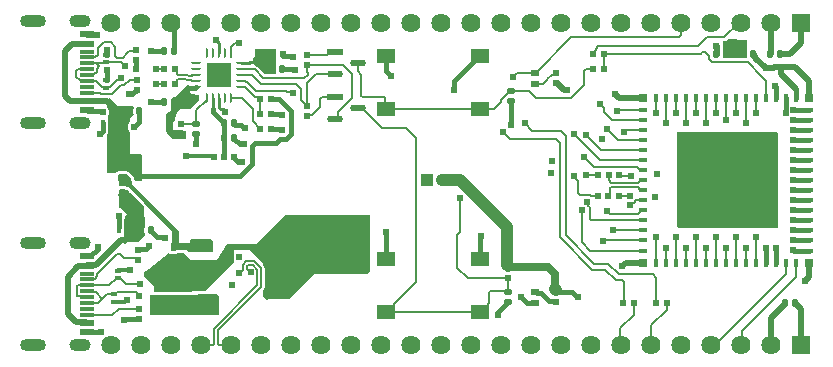
<source format=gtl>
G04*
G04 #@! TF.GenerationSoftware,Altium Limited,Altium Designer,24.10.1 (45)*
G04*
G04 Layer_Physical_Order=1*
G04 Layer_Color=255*
%FSLAX25Y25*%
%MOIN*%
G70*
G04*
G04 #@! TF.SameCoordinates,F1117688-C2E4-4B3A-BF9F-62EBCE255B8A*
G04*
G04*
G04 #@! TF.FilePolarity,Positive*
G04*
G01*
G75*
%ADD12C,0.00600*%
%ADD16R,0.02126X0.02362*%
%ADD17R,0.02362X0.02126*%
%ADD18R,0.02362X0.01378*%
G04:AMPARAMS|DCode=19|XSize=23.62mil|YSize=21.26mil|CornerRadius=5.63mil|HoleSize=0mil|Usage=FLASHONLY|Rotation=90.000|XOffset=0mil|YOffset=0mil|HoleType=Round|Shape=RoundedRectangle|*
%AMROUNDEDRECTD19*
21,1,0.02362,0.00999,0,0,90.0*
21,1,0.01235,0.02126,0,0,90.0*
1,1,0.01127,0.00500,0.00618*
1,1,0.01127,0.00500,-0.00618*
1,1,0.01127,-0.00500,-0.00618*
1,1,0.01127,-0.00500,0.00618*
%
%ADD19ROUNDEDRECTD19*%
G04:AMPARAMS|DCode=20|XSize=9.55mil|YSize=33.06mil|CornerRadius=4.77mil|HoleSize=0mil|Usage=FLASHONLY|Rotation=270.000|XOffset=0mil|YOffset=0mil|HoleType=Round|Shape=RoundedRectangle|*
%AMROUNDEDRECTD20*
21,1,0.00955,0.02351,0,0,270.0*
21,1,0.00000,0.03306,0,0,270.0*
1,1,0.00955,-0.01176,0.00000*
1,1,0.00955,-0.01176,0.00000*
1,1,0.00955,0.01176,0.00000*
1,1,0.00955,0.01176,0.00000*
%
%ADD20ROUNDEDRECTD20*%
%ADD21R,0.01575X0.03150*%
%ADD22R,0.00955X0.03306*%
G04:AMPARAMS|DCode=23|XSize=53.43mil|YSize=22.53mil|CornerRadius=11.26mil|HoleSize=0mil|Usage=FLASHONLY|Rotation=0.000|XOffset=0mil|YOffset=0mil|HoleType=Round|Shape=RoundedRectangle|*
%AMROUNDEDRECTD23*
21,1,0.05343,0.00000,0,0,0.0*
21,1,0.03091,0.02253,0,0,0.0*
1,1,0.02253,0.01545,0.00000*
1,1,0.02253,-0.01545,0.00000*
1,1,0.02253,-0.01545,0.00000*
1,1,0.02253,0.01545,0.00000*
%
%ADD23ROUNDEDRECTD23*%
G04:AMPARAMS|DCode=24|XSize=33.06mil|YSize=9.55mil|CornerRadius=4.77mil|HoleSize=0mil|Usage=FLASHONLY|Rotation=270.000|XOffset=0mil|YOffset=0mil|HoleType=Round|Shape=RoundedRectangle|*
%AMROUNDEDRECTD24*
21,1,0.03306,0.00000,0,0,270.0*
21,1,0.02351,0.00955,0,0,270.0*
1,1,0.00955,0.00000,-0.01176*
1,1,0.00955,0.00000,0.01176*
1,1,0.00955,0.00000,0.01176*
1,1,0.00955,0.00000,-0.01176*
%
%ADD24ROUNDEDRECTD24*%
%ADD25R,0.05343X0.02253*%
%ADD26R,0.04528X0.01181*%
%ADD27R,0.02756X0.02362*%
G04:AMPARAMS|DCode=28|XSize=23.62mil|YSize=21.26mil|CornerRadius=5.63mil|HoleSize=0mil|Usage=FLASHONLY|Rotation=0.000|XOffset=0mil|YOffset=0mil|HoleType=Round|Shape=RoundedRectangle|*
%AMROUNDEDRECTD28*
21,1,0.02362,0.00999,0,0,0.0*
21,1,0.01235,0.02126,0,0,0.0*
1,1,0.01127,0.00618,-0.00500*
1,1,0.01127,-0.00618,-0.00500*
1,1,0.01127,-0.00618,0.00500*
1,1,0.01127,0.00618,0.00500*
%
%ADD28ROUNDEDRECTD28*%
%ADD29R,0.03150X0.01575*%
%ADD30R,0.03150X0.03150*%
%ADD31R,0.04724X0.04724*%
%ADD32R,0.06102X0.05118*%
%ADD33R,0.04528X0.02362*%
%ADD34R,0.01378X0.02362*%
G04:AMPARAMS|DCode=35|XSize=125.98mil|YSize=68.9mil|CornerRadius=2.07mil|HoleSize=0mil|Usage=FLASHONLY|Rotation=90.000|XOffset=0mil|YOffset=0mil|HoleType=Round|Shape=RoundedRectangle|*
%AMROUNDEDRECTD35*
21,1,0.12598,0.06476,0,0,90.0*
21,1,0.12185,0.06890,0,0,90.0*
1,1,0.00413,0.03238,0.06093*
1,1,0.00413,0.03238,-0.06093*
1,1,0.00413,-0.03238,-0.06093*
1,1,0.00413,-0.03238,0.06093*
%
%ADD35ROUNDEDRECTD35*%
G04:AMPARAMS|DCode=36|XSize=35.43mil|YSize=68.9mil|CornerRadius=1.95mil|HoleSize=0mil|Usage=FLASHONLY|Rotation=90.000|XOffset=0mil|YOffset=0mil|HoleType=Round|Shape=RoundedRectangle|*
%AMROUNDEDRECTD36*
21,1,0.03543,0.06500,0,0,90.0*
21,1,0.03154,0.06890,0,0,90.0*
1,1,0.00390,0.03250,0.01577*
1,1,0.00390,0.03250,-0.01577*
1,1,0.00390,-0.03250,-0.01577*
1,1,0.00390,-0.03250,0.01577*
%
%ADD36ROUNDEDRECTD36*%
%ADD47R,0.08071X0.08071*%
G04:AMPARAMS|DCode=53|XSize=39.37mil|YSize=70.87mil|CornerRadius=19.68mil|HoleSize=0mil|Usage=FLASHONLY|Rotation=270.000|XOffset=0mil|YOffset=0mil|HoleType=Round|Shape=RoundedRectangle|*
%AMROUNDEDRECTD53*
21,1,0.03937,0.03150,0,0,270.0*
21,1,0.00000,0.07087,0,0,270.0*
1,1,0.03937,-0.01575,0.00000*
1,1,0.03937,-0.01575,0.00000*
1,1,0.03937,0.01575,0.00000*
1,1,0.03937,0.01575,0.00000*
%
%ADD53ROUNDEDRECTD53*%
G04:AMPARAMS|DCode=54|XSize=39.37mil|YSize=86.61mil|CornerRadius=19.68mil|HoleSize=0mil|Usage=FLASHONLY|Rotation=270.000|XOffset=0mil|YOffset=0mil|HoleType=Round|Shape=RoundedRectangle|*
%AMROUNDEDRECTD54*
21,1,0.03937,0.04724,0,0,270.0*
21,1,0.00000,0.08661,0,0,270.0*
1,1,0.03937,-0.02362,0.00000*
1,1,0.03937,-0.02362,0.00000*
1,1,0.03937,0.02362,0.00000*
1,1,0.03937,0.02362,0.00000*
%
%ADD54ROUNDEDRECTD54*%
%ADD58R,0.01575X0.01575*%
%ADD59C,0.01500*%
%ADD60C,0.01200*%
%ADD61C,0.00603*%
%ADD62C,0.02000*%
%ADD63C,0.04000*%
%ADD64C,0.02500*%
%ADD65C,0.01001*%
%ADD66C,0.00623*%
%ADD67C,0.06400*%
%ADD68R,0.06400X0.06400*%
%ADD69C,0.04000*%
%ADD70R,0.04000X0.04000*%
%ADD71R,0.04000X0.04000*%
%ADD72C,0.02400*%
G36*
X244500Y106700D02*
Y103600D01*
Y100645D01*
X242097D01*
X241690Y100725D01*
X238800D01*
X238393Y100645D01*
X236400D01*
Y101379D01*
X236401Y101382D01*
Y101884D01*
X236443Y102096D01*
X236416Y102232D01*
Y104259D01*
X236500Y104462D01*
Y105338D01*
X236400Y105579D01*
Y106274D01*
X236982D01*
X237489Y106375D01*
X237919Y106663D01*
X238190Y106934D01*
X244500Y106700D01*
D02*
G37*
G36*
X87500Y95500D02*
X83762D01*
X81356Y97906D01*
X80926Y98193D01*
X80777Y98223D01*
X80300Y98700D01*
X80000D01*
Y100800D01*
X80600Y101400D01*
Y103800D01*
X87500D01*
Y95500D01*
D02*
G37*
G36*
X58500Y89800D02*
X59500Y88800D01*
X59600Y88900D01*
X61750Y88550D01*
X61950Y86850D01*
X59000Y83600D01*
X55400D01*
X55200Y83400D01*
X54300Y81750D01*
X54141Y81459D01*
X53921Y81079D01*
X53350Y79650D01*
X53128Y78824D01*
Y77166D01*
X53600Y76900D01*
X53819D01*
Y76638D01*
X56362D01*
X56500Y76500D01*
X57500D01*
Y76100D01*
X57600Y76000D01*
Y73900D01*
X53080Y73900D01*
X51757Y74873D01*
X50850Y76546D01*
Y81750D01*
X51350Y82250D01*
X51700Y82800D01*
X52400Y83200D01*
Y85200D01*
X52385Y85304D01*
X52401Y85382D01*
Y86336D01*
X52600Y87200D01*
X53400Y87600D01*
X53500Y87500D01*
X57800Y91800D01*
X58500D01*
Y89800D01*
D02*
G37*
G36*
X34500Y84900D02*
X39755D01*
X40105Y84343D01*
X40028Y84228D01*
X39906Y83618D01*
Y82382D01*
X40028Y81772D01*
X40046Y81746D01*
X38900Y80600D01*
X39000Y80500D01*
Y79611D01*
X38435Y79046D01*
X38100Y78238D01*
Y77362D01*
X38435Y76554D01*
X39000Y75989D01*
Y68800D01*
X42351D01*
X42700Y68300D01*
Y59800D01*
X40800D01*
X40240Y60360D01*
X40197Y60717D01*
X40154Y60849D01*
X40126Y60986D01*
X40092Y61037D01*
X40073Y61095D01*
X39983Y61201D01*
X39906Y61316D01*
X39429Y61793D01*
X39401Y61842D01*
X38842Y62401D01*
X38793Y62429D01*
X38501Y62721D01*
X38170Y62942D01*
X37780Y63020D01*
X35367D01*
X35279Y63002D01*
X35190Y63004D01*
X34878Y62949D01*
X34774Y62909D01*
X34665Y62887D01*
X34590Y62837D01*
X34507Y62805D01*
X34427Y62728D01*
X34334Y62666D01*
X34068Y62400D01*
X31100D01*
Y75235D01*
X31369Y75638D01*
X31505Y76320D01*
Y79000D01*
X31409Y79479D01*
Y81098D01*
X31665Y81354D01*
X32000Y82162D01*
Y83038D01*
X31665Y83846D01*
X31100Y84411D01*
Y85384D01*
X31473Y87186D01*
X32108Y87292D01*
X34500Y84900D01*
D02*
G37*
G36*
X254700Y75800D02*
Y44200D01*
X221859D01*
X221300Y44759D01*
Y75900D01*
X221341Y76000D01*
X253900D01*
X254200Y76300D01*
X254700Y75800D01*
D02*
G37*
G36*
X36218Y56947D02*
X36249Y56947D01*
X36278Y56937D01*
X36447Y56948D01*
X36616Y56949D01*
X36644Y56961D01*
X36675Y56963D01*
X36739Y56980D01*
X37261D01*
X37608Y56887D01*
X37648Y56885D01*
X37684Y56867D01*
X37764Y56845D01*
X38177Y56608D01*
X38607Y56177D01*
X38788Y55864D01*
X38810Y55839D01*
X38823Y55808D01*
X38940Y55690D01*
X39050Y55565D01*
X39080Y55550D01*
X39104Y55526D01*
X39189Y55470D01*
X42870Y51789D01*
X43117Y51420D01*
X43134Y51334D01*
X43189Y51251D01*
X43228Y51158D01*
X43299Y51087D01*
X43354Y51004D01*
X43608Y50749D01*
X43950Y44732D01*
X43813Y44528D01*
X43692Y43918D01*
Y42682D01*
X43813Y42072D01*
X43997Y41797D01*
X41700Y39500D01*
X38200D01*
X37354Y38654D01*
X36800Y38884D01*
Y41119D01*
X36809D01*
Y43447D01*
X36889Y43566D01*
X37025Y44249D01*
X36889Y44932D01*
X36884Y44939D01*
Y46673D01*
X36965Y46754D01*
X37300Y47562D01*
Y48200D01*
X37900Y48800D01*
X35800Y50900D01*
X35100D01*
Y56551D01*
X35589Y57068D01*
X36218Y56947D01*
D02*
G37*
G36*
X39185Y60595D02*
X39400Y58800D01*
X55100Y43100D01*
Y39100D01*
X58300D01*
X58400Y39100D01*
X58500Y39000D01*
X58900Y39000D01*
X58900Y39876D01*
X59324Y40300D01*
X66000D01*
X66500Y39800D01*
Y36200D01*
X58400D01*
X57500Y36600D01*
X54300D01*
X54101Y36401D01*
X53382D01*
X53379Y36400D01*
X52500D01*
Y39100D01*
X52900Y39500D01*
X52800Y39600D01*
Y43000D01*
X44075Y51725D01*
X44049Y51860D01*
X43662Y52439D01*
X43662Y52439D01*
X39839Y56262D01*
X39671Y56374D01*
X39401Y56842D01*
X38842Y57401D01*
X38158Y57796D01*
X37948Y57852D01*
X37900Y57900D01*
X37872Y57872D01*
X37395Y58000D01*
X36605D01*
X36411Y57948D01*
X35100Y58200D01*
X34755Y61645D01*
X35055Y61945D01*
X35367Y62000D01*
X37780D01*
X39185Y60595D01*
D02*
G37*
G36*
X68400Y21572D02*
Y15200D01*
X67883Y15000D01*
X45400D01*
Y21600D01*
X48140Y21648D01*
X48382Y21599D01*
X49618D01*
X50025Y21680D01*
X52761Y21728D01*
X52772Y21721D01*
X53382Y21599D01*
X54618D01*
X55228Y21721D01*
X55305Y21772D01*
X67972Y21993D01*
X68400Y21572D01*
D02*
G37*
G36*
X118700Y30000D02*
X119000Y29700D01*
X118000Y28700D01*
X100100D01*
X91874Y20474D01*
X85134D01*
X84601Y19941D01*
X83267Y21275D01*
Y23449D01*
X83402Y23584D01*
X83645Y23948D01*
X83731Y24378D01*
Y30753D01*
X83645Y31183D01*
X83402Y31547D01*
X83267Y31682D01*
Y32212D01*
X78821Y36658D01*
X73485D01*
Y32657D01*
X63767Y22939D01*
X55287Y22792D01*
X55198Y22772D01*
X55106D01*
X55005Y22730D01*
X54898Y22707D01*
X54873Y22690D01*
X54517Y22619D01*
X53483D01*
X52984Y22718D01*
X52960Y22728D01*
X52851Y22728D01*
X52744Y22748D01*
X50007Y22700D01*
X49918Y22680D01*
X49826D01*
X49517Y22619D01*
X48483D01*
X48339Y22648D01*
X48229Y22648D01*
X48122Y22667D01*
X47721Y22660D01*
X47595Y22786D01*
X46986D01*
Y24387D01*
X43429Y27944D01*
Y29400D01*
X45300Y30400D01*
X51889Y35606D01*
X52110Y35458D01*
X52500Y35380D01*
X53379D01*
X53382Y35381D01*
D01*
X54101D01*
X54491Y35459D01*
X54673Y35580D01*
X56720D01*
X58800Y33500D01*
X67700D01*
X71300Y38700D01*
X80800D01*
X90600Y48500D01*
X118700D01*
Y30000D01*
D02*
G37*
D12*
X24484Y15110D02*
X33020D01*
X35110Y17201D01*
X42000D01*
X35457Y35500D02*
X36720Y34238D01*
X40443D01*
X34629Y35500D02*
X35457D01*
X40443Y34238D02*
X41282Y33399D01*
X41400D01*
X28000Y28871D02*
X34629Y35500D01*
X28000Y27996D02*
Y28871D01*
X27204Y27199D02*
X28000Y27996D01*
X26646Y27012D02*
X26834Y27199D01*
X24575Y27012D02*
X26646D01*
X26834Y27199D02*
X27204D01*
X194138Y103542D02*
Y103802D01*
X228300Y104600D02*
X231300Y107600D01*
X193862Y103267D02*
X194138Y103542D01*
Y103802D02*
X195017Y104681D01*
X198385D02*
X198466Y104600D01*
X228300D01*
X193862Y102563D02*
Y103267D01*
X193299Y102000D02*
X193862Y102563D01*
X195017Y104681D02*
X198385D01*
X197900Y77100D02*
X201614Y73386D01*
X209945D01*
X204511Y76732D02*
X209945D01*
X203879Y76100D02*
X204511Y76732D01*
X203500Y76100D02*
X203879D01*
X201100Y83200D02*
X201213Y83313D01*
X209832D01*
X209945Y83425D01*
X190800Y75200D02*
X195961Y70039D01*
X147900Y41861D02*
X148700Y42661D01*
Y54100D01*
X147900Y30800D02*
Y41861D01*
X72396Y102541D02*
Y104496D01*
X73800Y105900D01*
X75100D01*
X77806Y92663D02*
X80788Y89681D01*
X77499Y92663D02*
X77806D01*
X76000Y95000D02*
X79559D01*
X77130Y91063D02*
X80512Y87681D01*
X77130Y93032D02*
X77499Y92663D01*
X76041Y87459D02*
X79736Y83764D01*
X64522Y86828D02*
Y87459D01*
X76000Y96969D02*
X80419D01*
X76000Y91063D02*
X77130D01*
X76000Y93032D02*
X77130D01*
X72396Y87459D02*
X76041D01*
X33078Y89110D02*
X33310D01*
X29280Y88752D02*
X32720D01*
X28922Y89110D02*
X29280Y88752D01*
X32720D02*
X33078Y89110D01*
X33310D02*
X35800Y91600D01*
X36836D02*
X38736Y93501D01*
X35800Y91600D02*
X36836D01*
X38736Y93501D02*
X41100D01*
X24484Y89110D02*
X28922D01*
X28200Y104100D02*
X30100Y106000D01*
X28200Y101883D02*
Y104100D01*
X27328Y101012D02*
X28200Y101883D01*
X24484Y100921D02*
X24575Y101012D01*
X27328D01*
X37912Y102335D02*
Y102352D01*
X36438Y100862D02*
X37912Y102335D01*
X38498Y102938D02*
X40337D01*
X37912Y102352D02*
X38498Y102938D01*
X40337D02*
X40900Y103501D01*
X34586Y100862D02*
X36438D01*
X34000Y101447D02*
X34586Y100862D01*
X34000Y101447D02*
Y104418D01*
X32418Y106000D02*
X34000Y104418D01*
X30100Y106000D02*
X32418D01*
X24484Y26921D02*
X24575Y27012D01*
X203299Y19000D02*
X203400Y19101D01*
X202814Y26600D02*
X203400Y26014D01*
X200953Y26600D02*
X202814D01*
X203400Y19101D02*
Y26014D01*
X197353Y30200D02*
X200953Y26600D01*
X192843Y30200D02*
X197353D01*
X182100Y40943D02*
X192843Y30200D01*
X182100Y40943D02*
Y72300D01*
X180800Y73600D02*
X182100Y72300D01*
X165500Y73600D02*
X180800D01*
X163100Y76000D02*
X165500Y73600D01*
X214299Y19000D02*
Y27501D01*
X198182Y32200D02*
X201782Y28600D01*
X213200D01*
X214299Y27501D01*
X193672Y32200D02*
X198182D01*
X184100Y41772D02*
X193672Y32200D01*
X184100Y41772D02*
Y74814D01*
X182514Y76400D02*
X184100Y74814D01*
X173000Y76400D02*
X182514D01*
X170400Y79000D02*
X173000Y76400D01*
X196963Y82737D02*
X199621Y80079D01*
X196963Y82737D02*
Y84158D01*
X195600Y85521D02*
X196963Y84158D01*
X207461Y48614D02*
X207749Y48902D01*
X197800Y49800D02*
X198986Y48614D01*
X207461D01*
X207749Y48902D02*
X208284D01*
X197700Y49800D02*
X197800D01*
X208284Y48902D02*
X208870Y49487D01*
Y49673D01*
X205500Y51600D02*
X206300Y52400D01*
X208870Y49673D02*
X209157Y49961D01*
X209945D01*
X206300Y52400D02*
X206700D01*
X190100Y67900D02*
X193594Y64406D01*
X207794D01*
X208566Y63634D01*
X209657D01*
X209945Y63346D01*
X209941Y53304D02*
X209945Y53307D01*
X206700Y52400D02*
X207604Y53304D01*
X209941D01*
X191200Y52900D02*
X191468Y52632D01*
Y51751D02*
Y52632D01*
Y51751D02*
X191668Y51550D01*
X192100Y51118D01*
Y47200D02*
Y51118D01*
Y47200D02*
X192686Y46614D01*
X209945D01*
X151401Y27299D02*
X165000D01*
X147900Y30800D02*
X151401Y27299D01*
X165000Y22693D02*
Y27299D01*
X158500Y18992D02*
Y22614D01*
X164493Y23200D02*
X165000Y22693D01*
X159086Y23200D02*
X164493D01*
X158500Y22614D02*
X159086Y23200D01*
X156142Y16142D02*
X158201Y18201D01*
Y18693D02*
X158500Y18992D01*
X155650Y16142D02*
X156142D01*
X158201Y18201D02*
Y18693D01*
X124843Y16142D02*
X155650D01*
X124350D02*
X124843D01*
X126902Y18201D01*
Y18693D02*
X134200Y25991D01*
X126902Y18201D02*
Y18693D01*
X134200Y25991D02*
Y74100D01*
X130900Y77400D02*
X134200Y74100D01*
X122861Y77400D02*
X130900D01*
X114742Y84000D02*
X116261D01*
X122861Y77400D01*
X190886Y97000D02*
X193299D01*
X190300Y91600D02*
Y96414D01*
X190886Y97000D01*
X186000Y87300D02*
X190300Y91600D01*
X174150Y87300D02*
X186000D01*
X171757Y89693D02*
X174150Y87300D01*
X166000Y89693D02*
X171757D01*
X165476Y89169D02*
X166000Y89693D01*
X164827Y89169D02*
X165476D01*
X162484Y86827D02*
X164827Y89169D01*
X162484Y85984D02*
Y86827D01*
X160142Y83642D02*
X162484Y85984D01*
X155650Y83642D02*
X160142D01*
X124350D02*
X155650D01*
X124014Y83978D02*
Y87600D01*
X116486D02*
X124014D01*
Y83978D02*
X124350Y83642D01*
X115900Y88186D02*
Y95128D01*
Y88186D02*
X116486Y87600D01*
X114742Y96286D02*
X115900Y95128D01*
X114742Y96286D02*
Y99000D01*
X102786Y87740D02*
X107258D01*
X102200Y87154D02*
X102786Y87740D01*
X102200Y84535D02*
Y87154D01*
X99527Y81862D02*
X102200Y84535D01*
X98563Y81862D02*
X99527D01*
X98000Y81299D02*
X98563Y81862D01*
X98000Y92272D02*
X100988Y95260D01*
X107258D01*
X98000Y84701D02*
Y92272D01*
X94259Y92100D02*
X95900Y90459D01*
X82459Y92100D02*
X94259D01*
X95900Y86801D02*
Y90459D01*
X97319Y85264D02*
Y85382D01*
X95900Y86801D02*
X97319Y85382D01*
X97882Y84701D02*
X98000D01*
X97319Y85264D02*
X97882Y84701D01*
X80788Y89681D02*
X88263D01*
X90718Y89900D02*
X91251Y89368D01*
X88263Y89681D02*
X88482Y89900D01*
X90718D01*
X92932Y89368D02*
X93200Y89100D01*
X91251Y89368D02*
X92932D01*
X79559Y95000D02*
X82459Y92100D01*
X98000Y98299D02*
X109901D01*
X83287Y94100D02*
X97000D01*
X98000Y96100D02*
X98086Y96014D01*
X97000Y94100D02*
X98086Y95186D01*
X98000Y96100D02*
Y98299D01*
X98086Y95186D02*
Y96014D01*
X80419Y96969D02*
X83287Y94100D01*
X108323Y82886D02*
X112800Y87363D01*
X107744Y80260D02*
X108323Y80838D01*
Y82886D01*
X112800Y87363D02*
Y95400D01*
X107258Y80260D02*
X107744D01*
X109901Y98299D02*
X112800Y95400D01*
X104673Y101701D02*
X105712Y102740D01*
X98000Y101701D02*
X104673D01*
X105712Y102740D02*
X107258D01*
X250890Y87559D02*
Y93010D01*
X249300Y94600D02*
X250890Y93010D01*
X249300Y94600D02*
Y94838D01*
X244819Y99319D02*
X249300Y94838D01*
X241771Y99319D02*
X244819D01*
X238800Y99400D02*
X241690D01*
X241771Y99319D01*
X232953D02*
X238719D01*
X231734Y100538D02*
X232953Y99319D01*
X231734Y100538D02*
Y101366D01*
X230514Y102586D02*
X231734Y101366D01*
X238719Y99319D02*
X238800Y99400D01*
X229686Y102586D02*
X230514D01*
X229100Y102000D02*
X229686Y102586D01*
X196701Y102000D02*
X229100D01*
X196701Y97000D02*
Y102000D01*
X236982Y107600D02*
X241882Y112500D01*
X231300Y107600D02*
X236982D01*
X241882Y112500D02*
X242500D01*
X174197Y95870D02*
X186013Y107686D01*
X221914D01*
X222500Y108272D01*
Y112500D01*
X60996Y78697D02*
X61000Y78693D01*
X56004Y78697D02*
X60996D01*
X56000Y78701D02*
X56004Y78697D01*
X61000Y83307D02*
X64522Y86828D01*
X61000Y78693D02*
Y83307D01*
X82299Y77000D02*
Y77118D01*
X79736Y79681D02*
X82299Y77118D01*
X79736Y79681D02*
Y83764D01*
X82299Y82000D02*
Y87000D01*
X80512Y87681D02*
X81736D01*
X82299Y87118D01*
Y87000D02*
Y87118D01*
X212500Y5000D02*
Y11700D01*
X217701Y16901D01*
Y19000D01*
X202100Y5400D02*
X202500Y5000D01*
X202100Y5400D02*
Y10600D01*
X206701Y15201D01*
Y19000D01*
X89701Y102000D02*
X89801Y102100D01*
X195961Y70039D02*
X209945D01*
X195407Y66693D02*
X209945D01*
X186800Y75300D02*
X195407Y66693D01*
X199621Y80079D02*
X209945D01*
X174000Y95870D02*
X174197D01*
X180437Y95138D02*
X181000Y95701D01*
X179473Y95138D02*
X180437D01*
X177914Y93578D02*
X179473Y95138D01*
X177914Y93414D02*
Y93578D01*
X176630Y92130D02*
X177914Y93414D01*
X174000Y92130D02*
X176630D01*
X237502Y87557D02*
X237504Y87559D01*
X237500Y80200D02*
X237502Y80202D01*
Y87557D01*
X166500Y94500D02*
X167870Y95870D01*
X174000D01*
X189400Y39300D02*
Y50000D01*
Y39300D02*
X192125Y36575D01*
X209945D01*
X199900Y43300D02*
X199932Y43268D01*
X209945D01*
X196621Y39921D02*
X209945D01*
X196600Y39900D02*
X196621Y39921D01*
X232500Y5000D02*
X233800D01*
X257583Y28783D01*
Y32441D01*
X243000Y5500D02*
Y9700D01*
X242500Y5000D02*
X243000Y5500D01*
Y9700D02*
X260929Y27629D01*
Y32441D01*
X244197Y79004D02*
Y87559D01*
X214079Y82543D02*
Y87559D01*
Y32441D02*
Y40996D01*
X244197Y32441D02*
Y37457D01*
X247543Y32441D02*
Y40996D01*
X237504Y32441D02*
Y37457D01*
X240850Y32441D02*
Y40996D01*
X230811Y32441D02*
Y37457D01*
X234157Y32441D02*
Y40996D01*
X224118Y32441D02*
Y37457D01*
X227465Y32441D02*
Y40996D01*
X217425Y32441D02*
Y37457D01*
X220772Y32441D02*
Y40996D01*
Y82543D02*
Y87559D01*
X217425Y79004D02*
Y87559D01*
X227465Y82543D02*
Y87559D01*
X224118Y79004D02*
Y87559D01*
X234157Y82543D02*
Y87559D01*
X230811Y79004D02*
Y87559D01*
X240850Y82543D02*
Y87559D01*
X247543Y82543D02*
Y87559D01*
X247500Y82500D02*
X247543Y82543D01*
D16*
X194998Y61800D02*
D03*
X198400D02*
D03*
X86299Y102000D02*
D03*
X89701D02*
D03*
X82299Y87000D02*
D03*
Y82000D02*
D03*
X206701Y19000D02*
D03*
X217701D02*
D03*
X214299D02*
D03*
X203299D02*
D03*
X82299Y77000D02*
D03*
X196701Y102000D02*
D03*
Y97000D02*
D03*
X85701Y82000D02*
D03*
Y77000D02*
D03*
X53701Y97000D02*
D03*
Y92000D02*
D03*
X198300Y54900D02*
D03*
D03*
X198400Y61800D02*
D03*
X193299Y102000D02*
D03*
X201702Y54900D02*
D03*
X201802Y61800D02*
D03*
X194898Y54900D02*
D03*
X50299Y97000D02*
D03*
Y92000D02*
D03*
X193299Y97000D02*
D03*
X70201Y67700D02*
D03*
D03*
X66799D02*
D03*
X85701Y87000D02*
D03*
X73602Y67700D02*
D03*
D17*
X42000Y13799D02*
D03*
Y17201D02*
D03*
X41400Y36801D02*
D03*
Y33399D02*
D03*
X98000Y98299D02*
D03*
Y101701D02*
D03*
Y81299D02*
D03*
X41100Y93501D02*
D03*
X40900Y103501D02*
D03*
X181000Y95701D02*
D03*
Y19299D02*
D03*
X56000Y78701D02*
D03*
X40900Y100099D02*
D03*
X41100Y90099D02*
D03*
X98000Y84701D02*
D03*
X165000Y27299D02*
D03*
X181000Y92299D02*
D03*
X165000Y30701D02*
D03*
X181000Y22701D02*
D03*
X56000Y75299D02*
D03*
D18*
X34900Y27341D02*
D03*
Y29900D02*
D03*
X31000Y101880D02*
D03*
Y99320D02*
D03*
Y93300D02*
D03*
X33400Y19441D02*
D03*
Y22000D02*
D03*
X31000Y90741D02*
D03*
D19*
X42000Y83000D02*
D03*
X38614D02*
D03*
X255693Y102000D02*
D03*
X246693D02*
D03*
X234307D02*
D03*
X257307Y19000D02*
D03*
X89693Y97000D02*
D03*
X50307Y103000D02*
D03*
Y86000D02*
D03*
X73693Y74000D02*
D03*
Y79000D02*
D03*
X45786Y43300D02*
D03*
X70307Y79000D02*
D03*
Y74000D02*
D03*
X53693Y103000D02*
D03*
X42400Y43300D02*
D03*
X252307Y102000D02*
D03*
X243307D02*
D03*
X237693D02*
D03*
X260693Y19000D02*
D03*
X86307Y97000D02*
D03*
X53693Y86000D02*
D03*
D20*
X76000Y91063D02*
D03*
Y93032D02*
D03*
Y96969D02*
D03*
X60917Y95000D02*
D03*
Y93032D02*
D03*
X76000Y95000D02*
D03*
Y98937D02*
D03*
X60917Y91063D02*
D03*
Y96969D02*
D03*
Y98937D02*
D03*
D21*
X240850Y32441D02*
D03*
X244197D02*
D03*
X257583D02*
D03*
X247543D02*
D03*
X237504D02*
D03*
X234157D02*
D03*
X230811D02*
D03*
X227465D02*
D03*
X224118D02*
D03*
X220772D02*
D03*
X217425D02*
D03*
X214079D02*
D03*
Y87559D02*
D03*
X217425D02*
D03*
X220772D02*
D03*
X224118D02*
D03*
X227465D02*
D03*
X230811D02*
D03*
X234157D02*
D03*
X237504D02*
D03*
X240850D02*
D03*
X244197D02*
D03*
X247543D02*
D03*
X250890D02*
D03*
X260929D02*
D03*
X257583D02*
D03*
X254236Y32441D02*
D03*
X250890D02*
D03*
X260929D02*
D03*
X254236Y87559D02*
D03*
D22*
X72396Y102541D02*
D03*
D23*
X107258Y80260D02*
D03*
Y95260D02*
D03*
X114742Y84000D02*
D03*
Y99000D02*
D03*
D24*
X72396Y87459D02*
D03*
X64522D02*
D03*
X68459Y102541D02*
D03*
Y87459D02*
D03*
X66490D02*
D03*
X70427D02*
D03*
X64522Y102541D02*
D03*
X66490D02*
D03*
X70427D02*
D03*
D25*
X107258Y102740D02*
D03*
Y87740D02*
D03*
D26*
X24484Y15110D02*
D03*
Y26921D02*
D03*
Y89110D02*
D03*
Y100921D02*
D03*
Y22984D02*
D03*
Y19047D02*
D03*
Y24953D02*
D03*
Y21016D02*
D03*
Y96984D02*
D03*
Y93047D02*
D03*
Y98953D02*
D03*
Y95016D02*
D03*
Y102890D02*
D03*
Y91079D02*
D03*
Y17079D02*
D03*
Y28890D02*
D03*
D27*
X174000Y92130D02*
D03*
Y22870D02*
D03*
Y95870D02*
D03*
Y19130D02*
D03*
D28*
X61000Y78693D02*
D03*
X166000Y86307D02*
D03*
X165000Y19307D02*
D03*
X61000Y75307D02*
D03*
X54000Y34307D02*
D03*
Y23693D02*
D03*
X49000D02*
D03*
X165000Y22693D02*
D03*
X166000Y89693D02*
D03*
X54000Y37693D02*
D03*
Y20307D02*
D03*
X49000D02*
D03*
D29*
X209945Y36575D02*
D03*
Y46614D02*
D03*
Y39921D02*
D03*
Y43268D02*
D03*
Y49961D02*
D03*
Y53307D02*
D03*
Y63346D02*
D03*
Y66693D02*
D03*
Y70039D02*
D03*
Y73386D02*
D03*
Y76732D02*
D03*
Y80079D02*
D03*
Y83425D02*
D03*
X265063D02*
D03*
Y80079D02*
D03*
Y63346D02*
D03*
Y76732D02*
D03*
Y70039D02*
D03*
Y73386D02*
D03*
Y66693D02*
D03*
Y46614D02*
D03*
Y43268D02*
D03*
Y56654D02*
D03*
Y60000D02*
D03*
Y53307D02*
D03*
Y49961D02*
D03*
Y36575D02*
D03*
Y39921D02*
D03*
X209945Y56654D02*
D03*
Y60000D02*
D03*
D30*
X265063Y87559D02*
D03*
X209945D02*
D03*
X265063Y32441D02*
D03*
X209945D02*
D03*
D31*
X237504Y66496D02*
D03*
X231008D02*
D03*
X244000Y60000D02*
D03*
X237504D02*
D03*
X244000Y53504D02*
D03*
X237504D02*
D03*
X231008Y60000D02*
D03*
Y53504D02*
D03*
D32*
X155650Y101358D02*
D03*
X124350D02*
D03*
X155650Y33858D02*
D03*
X124350D02*
D03*
X155650Y16142D02*
D03*
X124350D02*
D03*
Y83642D02*
D03*
X155650D02*
D03*
D33*
X24484Y108598D02*
D03*
Y83402D02*
D03*
Y34598D02*
D03*
Y9402D02*
D03*
Y31449D02*
D03*
Y12551D02*
D03*
Y105449D02*
D03*
Y86551D02*
D03*
D34*
X35120Y43300D02*
D03*
X29720Y79000D02*
D03*
X37680Y43300D02*
D03*
X32280Y79000D02*
D03*
D35*
X87303Y29000D02*
D03*
D36*
X62697D02*
D03*
Y38055D02*
D03*
Y19945D02*
D03*
D47*
X68459Y95000D02*
D03*
D53*
X22220Y113008D02*
D03*
Y39008D02*
D03*
Y78992D02*
D03*
Y4992D02*
D03*
D54*
X6472Y113008D02*
D03*
Y78992D02*
D03*
Y39008D02*
D03*
Y4992D02*
D03*
D58*
X244000Y66496D02*
D03*
D59*
X24727Y83158D02*
X28998D01*
X37000Y13500D02*
X37299Y13799D01*
X42000D01*
X44114Y37114D02*
X45200Y38200D01*
X41713Y37114D02*
X44114D01*
X51950Y76603D02*
X53254Y75299D01*
X51950Y76603D02*
Y79731D01*
X53254Y75299D02*
X56000D01*
X51950Y79731D02*
X52706Y80487D01*
Y82194D02*
X54006Y83494D01*
X52706Y80487D02*
Y82194D01*
X54006Y83494D02*
Y84591D01*
X57790D01*
X70307Y74000D02*
Y79000D01*
X47400Y16600D02*
X51700D01*
X51800Y16700D01*
X55700D01*
X55800Y16800D01*
X181000Y22701D02*
X186356D01*
X175725Y22439D02*
X178552Y19612D01*
X174431Y22439D02*
X175725D01*
X180687Y19612D02*
X181000Y19299D01*
X174000Y22870D02*
X174431Y22439D01*
X178552Y19612D02*
X180687D01*
X186356Y22701D02*
X187957Y21100D01*
X188200D01*
X89801Y101782D02*
Y102100D01*
X73302Y67582D02*
Y67700D01*
Y67582D02*
X74784Y66100D01*
X254236Y87559D02*
Y91064D01*
X253900Y91400D02*
X254236Y91064D01*
X58365Y90790D02*
X60645D01*
X53693Y86000D02*
Y86118D01*
X60645Y90790D02*
X60917Y91063D01*
X53693Y86118D02*
X58365Y90790D01*
X57790Y84591D02*
X60600Y87400D01*
X89801Y101782D02*
X90014Y101569D01*
X92588D01*
X93056Y101100D01*
X93300D01*
X86199Y102100D02*
X86299Y102000D01*
X83000Y102100D02*
X86199D01*
X82900Y102200D02*
X83000Y102100D01*
X86299Y97431D02*
Y102000D01*
X29557Y82600D02*
X29800D01*
X24484Y83402D02*
X24727Y83158D01*
X28998D02*
X29557Y82600D01*
X40300Y77869D02*
X42000Y79569D01*
Y83000D01*
X40300Y77800D02*
Y77869D01*
X38553Y63750D02*
X41003Y61300D01*
X38250Y63750D02*
X38553D01*
X37000Y65000D02*
X38250Y63750D01*
X75572Y61300D02*
X79650Y65378D01*
X41003Y61300D02*
X75572D01*
X79650Y65378D02*
Y71421D01*
X80529Y72300D01*
X87600D01*
X89000Y73700D01*
X90772D01*
X92550Y75478D01*
Y83022D01*
X88572Y87000D02*
X92550Y83022D01*
X85701Y87000D02*
X88572D01*
X31000Y101880D02*
X31089D01*
X31150Y101941D01*
Y103150D02*
X31300Y103300D01*
X31150Y101941D02*
Y103150D01*
X27851Y108549D02*
X27900Y108500D01*
X24484Y108598D02*
X24533Y108549D01*
X27851D01*
X28700Y75300D02*
X29720Y76320D01*
Y79000D01*
X39655Y88772D02*
X40669Y89786D01*
X40787D02*
X41100Y90099D01*
X38572Y88772D02*
X39655D01*
X40669Y89786D02*
X40787D01*
X38400Y88600D02*
X38572Y88772D01*
X41000Y97200D02*
Y99999D01*
X40900Y100099D02*
X41000Y99999D01*
X31050Y93350D02*
Y96550D01*
X31000Y93300D02*
X31050Y93350D01*
Y96550D02*
X31100Y96600D01*
X41400Y36801D02*
X41713Y37114D01*
X35100Y44390D02*
Y48000D01*
Y44390D02*
X35241Y44249D01*
X37000Y55000D02*
X38577D01*
X45786Y43182D02*
Y43300D01*
Y43182D02*
X47995Y40972D01*
X50228D01*
X50400Y40800D01*
X254236Y32441D02*
Y37457D01*
X69901Y67700D02*
X70214Y68013D01*
X70307Y67806D02*
Y74000D01*
X74784Y66100D02*
X76200D01*
X40040Y43300D02*
X42400D01*
X37680D02*
X40040D01*
X42400D02*
Y51177D01*
X38577Y55000D02*
X42400Y51177D01*
X28100Y37132D02*
Y37800D01*
X28200Y37900D01*
X24484Y34598D02*
X25567D01*
X28100Y37132D01*
X28998Y9402D02*
X29100Y9300D01*
X24484Y9402D02*
X28998D01*
X49118Y20307D02*
X54000D01*
X49118D02*
X51528Y17897D01*
X49000Y20307D02*
X49118D01*
X54118D02*
X54480Y19945D01*
X54000Y20307D02*
X54118D01*
X54480Y19945D02*
X62697D01*
X50400Y28556D02*
Y28800D01*
X49000Y23693D02*
Y27156D01*
X50400Y28556D01*
X45850Y28750D02*
X50350D01*
X50400Y28800D01*
X45800Y28700D02*
X45850Y28750D01*
X55350Y28850D02*
X55400Y28900D01*
X50450Y28850D02*
X55350D01*
X50400Y28800D02*
X50450Y28850D01*
X54000Y27256D02*
X55400Y28656D01*
X54000Y23693D02*
Y27256D01*
X55400Y28656D02*
Y28900D01*
X54000Y30544D02*
X55400Y29144D01*
X54000Y30544D02*
Y34307D01*
X55400Y28900D02*
Y29144D01*
X62647Y28950D02*
X62697Y29000D01*
X55450Y28950D02*
X62647D01*
X55400Y28900D02*
X55450Y28950D01*
X87303Y29000D02*
Y30705D01*
X89998Y33400D01*
X94200D01*
X124350Y33858D02*
Y42650D01*
X80900Y99551D02*
X81018D01*
X83138Y97431D01*
X86299D01*
X53380Y103313D02*
Y111620D01*
X52500Y112500D02*
X53380Y111620D01*
Y103313D02*
X53693Y103000D01*
X45900D02*
X50307D01*
X45800Y103100D02*
X45900Y103000D01*
X46000Y86000D02*
X50307D01*
X45900Y86100D02*
X46000Y86000D01*
X70201Y67700D02*
X70307Y67806D01*
X69378Y79750D02*
X69675D01*
X66458Y82670D02*
X69378Y79750D01*
X66458Y82670D02*
Y83800D01*
X60800Y72200D02*
X61000Y72400D01*
Y75307D01*
X73693Y73882D02*
X75375Y72200D01*
X73693Y73882D02*
Y74000D01*
X75375Y72200D02*
X76700D01*
X73693Y78882D02*
X74006Y78569D01*
X73693Y78882D02*
Y79000D01*
X74006Y78569D02*
X75831D01*
X77100Y77300D01*
X89300Y77000D02*
X89600Y76700D01*
X85701Y77000D02*
X89300D01*
X89400Y82000D02*
X89600Y81800D01*
X85701Y82000D02*
X89400D01*
X89743Y96950D02*
X93650D01*
X89693Y97000D02*
X89743Y96950D01*
X93650D02*
X93700Y96900D01*
X124350Y96350D02*
Y101358D01*
Y96350D02*
X126000Y94700D01*
X146900Y93101D02*
X155157Y101358D01*
X155650D01*
X146900Y90200D02*
Y93101D01*
X166000Y78400D02*
Y86307D01*
X246693Y102000D02*
X247301Y101392D01*
X155800Y41200D02*
Y41300D01*
X155650Y41050D02*
X155800Y41200D01*
X155650Y33858D02*
Y41050D01*
X161600Y16025D02*
X164882Y19307D01*
X161400Y15000D02*
X161600Y15200D01*
Y16025D01*
X164882Y19307D02*
X165000D01*
X169400Y20760D02*
Y20900D01*
X169300Y21000D02*
X169400Y20900D01*
Y20760D02*
X171030Y19130D01*
X174000D01*
X257307Y18882D02*
Y19000D01*
X234307Y102000D02*
X234404Y102096D01*
X260929Y87559D02*
Y90271D01*
X257583Y82543D02*
Y87559D01*
X260047Y83425D02*
X265063D01*
X260047Y80079D02*
X265063D01*
X260047Y76732D02*
X265063D01*
X260047Y73386D02*
X265063D01*
X260047Y70039D02*
X265063D01*
X260047Y66693D02*
X265063D01*
X260047Y63346D02*
X265063D01*
X260047Y60000D02*
X265063D01*
X260047Y56654D02*
X265063D01*
X260047Y53307D02*
X265063D01*
X260047Y49961D02*
X265063D01*
X260047Y46614D02*
X265063D01*
X260047Y43268D02*
X265063D01*
X260047Y39921D02*
X265063D01*
X260047Y36575D02*
X265063D01*
X250890Y32441D02*
Y37457D01*
D60*
X37675Y20000D02*
X38000D01*
X33400Y19441D02*
X37116D01*
X37675Y20000D01*
X34989Y29989D02*
X38748D01*
X57400Y68100D02*
X66399D01*
X66799Y67700D01*
X54181Y37874D02*
X62516D01*
X54000Y37693D02*
X54181Y37874D01*
X62516D02*
X62697Y38055D01*
X37091Y60000D02*
X54000Y43091D01*
Y37693D02*
Y43091D01*
X37000Y60000D02*
X37091D01*
X35280Y82239D02*
X35861Y82819D01*
X34700Y81658D02*
X35280Y82239D01*
X32280Y79000D02*
Y79492D01*
X32369Y79581D02*
X32861D01*
X34700Y81420D02*
Y81658D01*
X32861Y79581D02*
X34700Y81420D01*
X35861Y82819D02*
X38551D01*
X32280Y79492D02*
X32369Y79581D01*
X38748Y29989D02*
X38900Y30141D01*
X34900Y29900D02*
X34989Y29989D01*
D61*
X32020Y24953D02*
X34408Y27341D01*
X24484Y24953D02*
X32020D01*
X34408Y27341D02*
X34900D01*
X35392D02*
X37433Y25300D01*
X34900Y27341D02*
X35392D01*
X37433Y25300D02*
X42200D01*
X57779Y93314D02*
X59364D01*
X58360Y94717D02*
X59364D01*
Y93314D02*
X59647Y93032D01*
Y95000D02*
X60917D01*
X59647Y93032D02*
X60917D01*
X59364Y94717D02*
X59647Y95000D01*
X57876Y95201D02*
X58360Y94717D01*
X32256Y91128D02*
X34884Y93756D01*
X31387Y91128D02*
X32256D01*
X31000Y90741D02*
X31387Y91128D01*
X36814Y98200D02*
X37300D01*
X31148Y99260D02*
X35754D01*
X36814Y98200D01*
X31087Y99320D02*
X31148Y99260D01*
X29571Y91128D02*
X30612D01*
X24484Y93047D02*
X27652D01*
X29571Y91128D01*
X30612D02*
X31000Y90741D01*
X27652Y98953D02*
X30700D01*
Y99020D01*
X31000Y99320D01*
X27652Y98953D02*
X28575Y98030D01*
X26934Y95305D02*
X27755Y96125D01*
Y97210D01*
X24484Y95016D02*
X24773Y95305D01*
X26934D01*
X27755Y97210D02*
X28575Y98030D01*
X24484Y98953D02*
X27652D01*
X21484Y96984D02*
X24484D01*
X21000Y96500D02*
X21484Y96984D01*
X21000Y94371D02*
Y96500D01*
Y94371D02*
X22035Y93336D01*
X24195D02*
X24484Y93047D01*
X22035Y93336D02*
X24195D01*
X47500Y92000D02*
X50299D01*
X47500Y97000D02*
X50299D01*
X54462Y93445D02*
X54816Y93799D01*
X57295D01*
X57779Y93314D01*
X54462Y92761D02*
Y93445D01*
X53701Y92000D02*
X54462Y92761D01*
Y95555D02*
X54816Y95201D01*
X57876D01*
X53701Y97000D02*
X54462Y96238D01*
Y95555D02*
Y96238D01*
X29677Y20524D02*
X31154Y22000D01*
X28201Y19047D02*
X29677Y20524D01*
X27506Y22695D02*
X29677Y20524D01*
X24484Y22984D02*
X24773Y22695D01*
X27506D01*
X31154Y22000D02*
X33400D01*
X24484Y19047D02*
X28201D01*
X21348Y21305D02*
X24195D01*
X21100Y21553D02*
X21348Y21305D01*
X21100Y21553D02*
Y24600D01*
X24195Y21305D02*
X24484Y21016D01*
X21100Y24600D02*
X21453Y24953D01*
X24484D01*
X188302Y55602D02*
Y59599D01*
X186700Y61201D02*
X188302Y59599D01*
X190900Y61700D02*
X194898D01*
X194998Y61800D01*
X186700Y61201D02*
Y61400D01*
X188302Y55602D02*
X188702Y55202D01*
X192153D01*
X192455Y54900D01*
X194898D01*
X66445Y5000D02*
X66799Y5353D01*
X78155Y31610D02*
X79767D01*
X62500Y5000D02*
X66445D01*
X77802Y30478D02*
Y31256D01*
X78155Y31610D01*
X77802Y30478D02*
X78980Y29300D01*
X79100D01*
X68202Y5353D02*
X68555Y5000D01*
X72500D01*
X66799Y5353D02*
Y10553D01*
X82608Y24378D02*
Y30753D01*
X68202Y9972D02*
X82608Y24378D01*
X68202Y5353D02*
Y9972D01*
X66799Y10553D02*
X81205Y24959D01*
X77574Y33013D02*
X80348D01*
X82608Y30753D01*
X76399Y30178D02*
Y31837D01*
X81205Y24959D02*
Y30172D01*
X75100Y29000D02*
X75220D01*
X76399Y30178D01*
X79767Y31610D02*
X81205Y30172D01*
X76399Y31837D02*
X77574Y33013D01*
X201702Y54900D02*
X205600D01*
X201802Y61800D02*
X202102Y61500D01*
X206000D01*
X198400Y59928D02*
Y61800D01*
Y59928D02*
X199300Y59028D01*
X198300Y54900D02*
X198947Y55547D01*
Y57272D01*
X199300Y57625D01*
Y59028D02*
X208318D01*
X199300Y57625D02*
X208318D01*
X208672Y59382D02*
Y59514D01*
X208318Y59028D02*
X208672Y59382D01*
X209157Y56654D02*
X209945D01*
X208672Y57139D02*
X209157Y56654D01*
Y60000D02*
X209945D01*
X208318Y57625D02*
X208672Y57272D01*
Y57139D02*
Y57272D01*
Y59514D02*
X209157Y60000D01*
D62*
X237756Y102181D02*
X237828D01*
X239000Y103353D01*
X237693Y102000D02*
Y102118D01*
X237756Y102181D01*
X239000Y103353D02*
Y105800D01*
X243303Y102004D02*
X243307Y102000D01*
X243303Y102004D02*
Y105596D01*
X243300Y105600D02*
X243303Y105596D01*
X28500Y86252D02*
X31267D01*
X35280Y82239D01*
X28382Y86370D02*
X28500Y86252D01*
X35399Y82120D02*
X37000Y80519D01*
X35280Y82239D02*
X35399Y82120D01*
X24484Y31449D02*
X24665Y31630D01*
X24303Y31268D02*
X24484Y31449D01*
X234377Y102123D02*
X234404Y102096D01*
X37000Y65000D02*
Y80519D01*
X24665Y86370D02*
X28382D01*
X24484Y86551D02*
X24665Y86370D01*
X38551Y82819D02*
X38614Y82882D01*
Y83000D01*
X17200Y88172D02*
X18820Y86551D01*
X17200Y88172D02*
Y103100D01*
X18820Y86551D02*
X24484D01*
X19549Y105449D02*
X24484D01*
X17200Y103100D02*
X19549Y105449D01*
X27411Y31817D02*
X35712Y40119D01*
X37420D01*
X38592Y41290D02*
X40300D01*
X37420Y40119D02*
X38592Y41290D01*
X26883Y31817D02*
X27411D01*
X24665Y31630D02*
X26696D01*
X26883Y31817D01*
X224504Y66496D02*
X231008D01*
X224500Y66500D02*
X224504Y66496D01*
X223500Y66500D02*
X224500D01*
X18100Y15365D02*
X19100Y14365D01*
X20733Y12732D01*
X24303D01*
X18100Y15365D02*
Y27728D01*
X21639Y31268D01*
X40300Y41290D02*
Y43040D01*
X40040Y43300D02*
X40300Y43040D01*
X21639Y31268D02*
X24303D01*
Y12732D02*
X24484Y12551D01*
X234300Y104900D02*
X234377Y104823D01*
Y102123D02*
Y104823D01*
X201849Y87559D02*
X209945D01*
X200608Y88800D02*
X201849Y87559D01*
X200500Y88800D02*
X200608D01*
X202900Y31300D02*
X204041Y32441D01*
X209945D01*
X260756Y18819D02*
X260874D01*
X260693Y18882D02*
X260756Y18819D01*
X260693Y18882D02*
Y19000D01*
X262500Y5000D02*
Y17193D01*
X260874Y18819D02*
X262500Y17193D01*
X246756Y101819D02*
X247301Y101273D01*
Y100907D02*
X250800Y97408D01*
X247301Y100907D02*
Y101273D01*
X250800Y97300D02*
Y97408D01*
X252500Y14075D02*
X257307Y18882D01*
X252500Y5000D02*
Y14075D01*
X263700Y26400D02*
X265063Y27763D01*
Y32441D01*
X250800Y97300D02*
X250972Y97472D01*
X253551D01*
X253679Y97600D01*
X255800D01*
Y95400D02*
Y97600D01*
Y95400D02*
X260929Y90271D01*
X252370Y102063D02*
Y112370D01*
X252500Y112500D01*
X252307Y102000D02*
X252370Y102063D01*
X262500Y105600D02*
Y112500D01*
X258900Y102000D02*
X262500Y105600D01*
X255693Y102000D02*
X258900D01*
X255800Y97600D02*
X260500D01*
X265063Y87559D02*
Y93037D01*
X260500Y97600D02*
X265063Y93037D01*
X244000Y66496D02*
X250504D01*
X237504D02*
Y73000D01*
X244000Y60000D02*
X250504D01*
X244000Y53504D02*
X250504D01*
X237504Y47000D02*
Y53504D01*
X224504D02*
X231008D01*
X224504Y60000D02*
X231008D01*
X181118Y92299D02*
X183417Y90000D01*
X184500D01*
X181000Y92299D02*
X181118D01*
D63*
X180938Y23362D02*
X181000D01*
X180500Y23800D02*
X180938Y23362D01*
X148740Y60000D02*
X164400Y44340D01*
Y31900D02*
Y44340D01*
X143000Y60000D02*
X148740D01*
D64*
X180500Y23800D02*
Y28657D01*
X178157Y31000D02*
X180500Y28657D01*
X165299Y31000D02*
X178157D01*
X165000Y30701D02*
X165299Y31000D01*
D65*
X68459Y102541D02*
Y105641D01*
X67500Y106600D02*
X68459Y105641D01*
X66458Y84700D02*
X66490Y84733D01*
X68459Y84186D02*
X69045Y83600D01*
X66458Y83800D02*
Y84700D01*
X66490Y84733D02*
Y87459D01*
X68459Y84186D02*
Y87459D01*
X76273Y99210D02*
X78465D01*
X78806Y99551D02*
X80900D01*
X78465Y99210D02*
X78806Y99551D01*
X76000Y98937D02*
X76273Y99210D01*
X124200Y42800D02*
X124350Y42650D01*
X69045Y83600D02*
X69700D01*
X70600Y82700D01*
D66*
X34601Y22709D02*
X37463D01*
X37484Y22689D01*
X41935Y21500D02*
X42000D01*
X40747Y22689D02*
X41935Y21500D01*
X37484Y22689D02*
X40747D01*
X33892Y22000D02*
X34601Y22709D01*
X33400Y22000D02*
X33892D01*
D67*
X202500Y5000D02*
D03*
X212500D02*
D03*
X52500D02*
D03*
X42500D02*
D03*
X232500D02*
D03*
X222500D02*
D03*
X192500D02*
D03*
X182500D02*
D03*
X172500D02*
D03*
X162500D02*
D03*
X152500D02*
D03*
X142500D02*
D03*
X132500D02*
D03*
X122500D02*
D03*
X112500D02*
D03*
X102500D02*
D03*
X92500D02*
D03*
X82500D02*
D03*
X62500Y112500D02*
D03*
X72500D02*
D03*
X82500D02*
D03*
X92500D02*
D03*
X102500D02*
D03*
X112500D02*
D03*
X122500D02*
D03*
X132500D02*
D03*
X142500D02*
D03*
X152500D02*
D03*
X162500D02*
D03*
X172500D02*
D03*
X182500D02*
D03*
X192500D02*
D03*
X202500D02*
D03*
X212500D02*
D03*
X222500D02*
D03*
X232500D02*
D03*
X252500Y5000D02*
D03*
X42500Y112500D02*
D03*
X32500Y5000D02*
D03*
X242500Y112500D02*
D03*
X72500Y5000D02*
D03*
X62500D02*
D03*
X242500D02*
D03*
X52500Y112500D02*
D03*
X252500D02*
D03*
X32500D02*
D03*
D68*
X262500D02*
D03*
Y5000D02*
D03*
D69*
X37000Y60000D02*
D03*
Y55000D02*
D03*
X143000Y60000D02*
D03*
D70*
X37000Y65000D02*
D03*
D71*
X138000Y60000D02*
D03*
D72*
X37000Y13500D02*
D03*
X38000Y20000D02*
D03*
X45200Y38200D02*
D03*
X38900Y30141D02*
D03*
X196300Y73800D02*
D03*
X197900Y77100D02*
D03*
X203500Y76100D02*
D03*
X201100Y83200D02*
D03*
X195600Y85521D02*
D03*
X190800Y75200D02*
D03*
X57400Y68100D02*
D03*
X243300Y105600D02*
D03*
X148700Y54100D02*
D03*
X188200Y21100D02*
D03*
X253900Y91400D02*
D03*
X93300Y101100D02*
D03*
X82900Y102200D02*
D03*
X60600Y87400D02*
D03*
X67500Y106600D02*
D03*
X70500Y97100D02*
D03*
X70700Y92700D02*
D03*
X75100Y105900D02*
D03*
X66100Y97200D02*
D03*
X65800Y92900D02*
D03*
X29800Y82600D02*
D03*
X40300Y77800D02*
D03*
X31300Y103300D02*
D03*
X27900Y108500D02*
D03*
X28700Y75300D02*
D03*
X38400Y88600D02*
D03*
X41000Y97200D02*
D03*
X35800Y94100D02*
D03*
X37300Y98200D02*
D03*
X31100Y96600D02*
D03*
X47500Y92000D02*
D03*
Y97000D02*
D03*
X179200Y62300D02*
D03*
X179400Y66400D02*
D03*
X190900Y61700D02*
D03*
X186700Y61400D02*
D03*
X42200Y25300D02*
D03*
X42000Y21500D02*
D03*
X35100Y48000D02*
D03*
X50400Y40800D02*
D03*
X76200Y66100D02*
D03*
X75100Y29000D02*
D03*
X79100Y29300D02*
D03*
X197700Y49800D02*
D03*
X205600Y54900D02*
D03*
X205500Y51600D02*
D03*
X206000Y61500D02*
D03*
X191200Y52900D02*
D03*
X28200Y37900D02*
D03*
X29100Y9300D02*
D03*
X94200Y44500D02*
D03*
X98700D02*
D03*
X103600Y44300D02*
D03*
X114000D02*
D03*
X108400Y44200D02*
D03*
X94200Y39100D02*
D03*
X98700D02*
D03*
X103600Y38900D02*
D03*
X114000D02*
D03*
X108400Y38800D02*
D03*
Y33100D02*
D03*
X114000Y33200D02*
D03*
X103600D02*
D03*
X98700Y33400D02*
D03*
X94200D02*
D03*
X124350Y42650D02*
D03*
X93200Y89100D02*
D03*
X234300Y104900D02*
D03*
X190100Y67900D02*
D03*
X45800Y103100D02*
D03*
X45900Y86100D02*
D03*
X60800Y72200D02*
D03*
X76700D02*
D03*
X77100Y77300D02*
D03*
X70600Y82700D02*
D03*
X89600Y76700D02*
D03*
Y81800D02*
D03*
X163100Y76000D02*
D03*
X170400Y79000D02*
D03*
X93700Y96900D02*
D03*
X126000Y94700D02*
D03*
X146900Y90200D02*
D03*
X166000Y78400D02*
D03*
X186800Y75300D02*
D03*
X200500Y88800D02*
D03*
X237500Y80200D02*
D03*
X166500Y94500D02*
D03*
X189400Y50000D02*
D03*
X199900Y43300D02*
D03*
X196600Y39900D02*
D03*
X155800Y41300D02*
D03*
X161400Y15000D02*
D03*
X169300Y21000D02*
D03*
X202900Y31300D02*
D03*
X263700Y26400D02*
D03*
X239000Y105800D02*
D03*
X250800Y97300D02*
D03*
X257539Y82500D02*
D03*
X260004Y83469D02*
D03*
Y80122D02*
D03*
Y76776D02*
D03*
Y73429D02*
D03*
Y70083D02*
D03*
Y66736D02*
D03*
Y63390D02*
D03*
Y60043D02*
D03*
Y56697D02*
D03*
Y53350D02*
D03*
Y50004D02*
D03*
Y46657D02*
D03*
Y43311D02*
D03*
Y39965D02*
D03*
Y36618D02*
D03*
X184500Y90000D02*
D03*
X244197Y79004D02*
D03*
X254280Y37500D02*
D03*
X250933D02*
D03*
X214035Y82500D02*
D03*
X214079Y40996D02*
D03*
X244240Y37500D02*
D03*
X247543Y40996D02*
D03*
X237547Y37500D02*
D03*
X240850Y40996D02*
D03*
X230854Y37500D02*
D03*
X234157Y40996D02*
D03*
X224161Y37500D02*
D03*
X227465Y40996D02*
D03*
X217469Y37500D02*
D03*
X220772Y40996D02*
D03*
X220728Y82500D02*
D03*
X217425Y79004D02*
D03*
X227421Y82500D02*
D03*
X224118Y79004D02*
D03*
X234114Y82500D02*
D03*
X230811Y79004D02*
D03*
X240807Y82500D02*
D03*
X247500D02*
D03*
X251508Y66492D02*
D03*
X237508Y74004D02*
D03*
X240800Y63100D02*
D03*
X234200D02*
D03*
X223500Y66500D02*
D03*
X251508Y59996D02*
D03*
X240700Y56700D02*
D03*
X234100D02*
D03*
X251508Y53500D02*
D03*
X214400Y62100D02*
D03*
X223500Y60004D02*
D03*
X213800Y54300D02*
D03*
X223500Y53508D02*
D03*
X237500Y45996D02*
D03*
X75300Y34400D02*
D03*
X72900Y25000D02*
D03*
X55400Y28900D02*
D03*
X50400Y28800D02*
D03*
X45800Y28700D02*
D03*
X55800Y16800D02*
D03*
X51700Y16600D02*
D03*
X47400D02*
D03*
M02*

</source>
